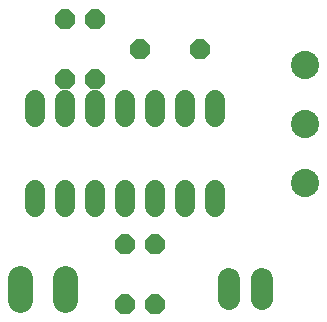
<source format=gbr>
G04 EAGLE Gerber RS-274X export*
G75*
%MOMM*%
%FSLAX34Y34*%
%LPD*%
%INSoldermask Top*%
%IPPOS*%
%AMOC8*
5,1,8,0,0,1.08239X$1,22.5*%
G01*
%ADD10P,1.814519X8X22.500000*%
%ADD11C,1.676400*%
%ADD12C,1.879600*%
%ADD13P,1.814519X8X112.500000*%
%ADD14C,2.387600*%
%ADD15P,1.814519X8X292.500000*%
%ADD16C,2.082800*%


D10*
X127000Y241300D03*
X177800Y241300D03*
D11*
X38100Y121666D02*
X38100Y106934D01*
X63500Y106934D02*
X63500Y121666D01*
X190500Y121666D02*
X190500Y106934D01*
X190500Y183134D02*
X190500Y197866D01*
X88900Y121666D02*
X88900Y106934D01*
X114300Y106934D02*
X114300Y121666D01*
X165100Y121666D02*
X165100Y106934D01*
X139700Y106934D02*
X139700Y121666D01*
X165100Y183134D02*
X165100Y197866D01*
X139700Y197866D02*
X139700Y183134D01*
X114300Y183134D02*
X114300Y197866D01*
X88900Y197866D02*
X88900Y183134D01*
X63500Y183134D02*
X63500Y197866D01*
X38100Y197866D02*
X38100Y183134D01*
D12*
X201930Y46482D02*
X201930Y29718D01*
X229870Y29718D02*
X229870Y46482D01*
D13*
X114300Y25400D03*
X114300Y76200D03*
X139700Y25400D03*
X139700Y76200D03*
D14*
X266700Y127800D03*
X266700Y177800D03*
X266700Y227800D03*
D15*
X88900Y266700D03*
X88900Y215900D03*
D13*
X63500Y215900D03*
X63500Y266700D03*
D16*
X25400Y47498D02*
X25400Y28702D01*
X63500Y28702D02*
X63500Y47498D01*
M02*

</source>
